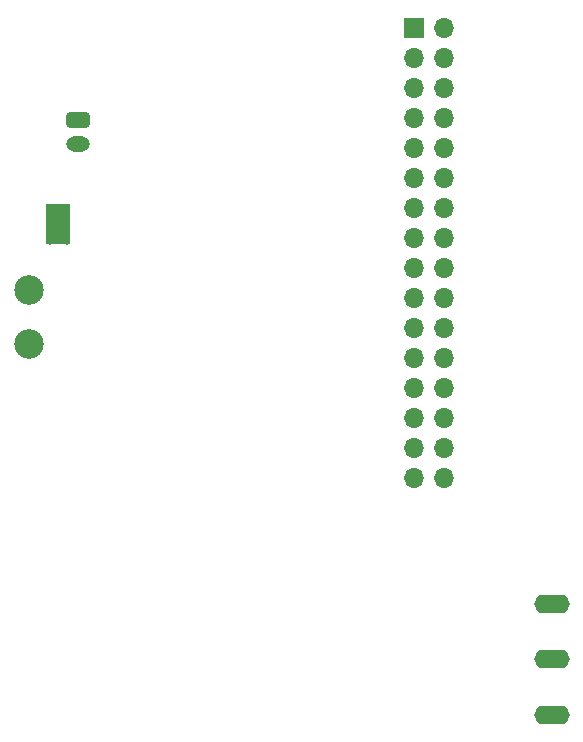
<source format=gbr>
%TF.GenerationSoftware,KiCad,Pcbnew,9.0.0*%
%TF.CreationDate,2025-03-28T07:13:48+02:00*%
%TF.ProjectId,PCB,5043422e-6b69-4636-9164-5f7063625858,rev?*%
%TF.SameCoordinates,Original*%
%TF.FileFunction,Copper,L2,Bot*%
%TF.FilePolarity,Positive*%
%FSLAX46Y46*%
G04 Gerber Fmt 4.6, Leading zero omitted, Abs format (unit mm)*
G04 Created by KiCad (PCBNEW 9.0.0) date 2025-03-28 07:13:48*
%MOMM*%
%LPD*%
G01*
G04 APERTURE LIST*
G04 Aperture macros list*
%AMRoundRect*
0 Rectangle with rounded corners*
0 $1 Rounding radius*
0 $2 $3 $4 $5 $6 $7 $8 $9 X,Y pos of 4 corners*
0 Add a 4 corners polygon primitive as box body*
4,1,4,$2,$3,$4,$5,$6,$7,$8,$9,$2,$3,0*
0 Add four circle primitives for the rounded corners*
1,1,$1+$1,$2,$3*
1,1,$1+$1,$4,$5*
1,1,$1+$1,$6,$7*
1,1,$1+$1,$8,$9*
0 Add four rect primitives between the rounded corners*
20,1,$1+$1,$2,$3,$4,$5,0*
20,1,$1+$1,$4,$5,$6,$7,0*
20,1,$1+$1,$6,$7,$8,$9,0*
20,1,$1+$1,$8,$9,$2,$3,0*%
G04 Aperture macros list end*
%TA.AperFunction,HeatsinkPad*%
%ADD10C,0.500000*%
%TD*%
%TA.AperFunction,HeatsinkPad*%
%ADD11R,2.000000X3.500000*%
%TD*%
%TA.AperFunction,ComponentPad*%
%ADD12C,2.500000*%
%TD*%
%TA.AperFunction,ComponentPad*%
%ADD13O,3.000000X1.600000*%
%TD*%
%TA.AperFunction,ComponentPad*%
%ADD14R,1.700000X1.700000*%
%TD*%
%TA.AperFunction,ComponentPad*%
%ADD15O,1.700000X1.700000*%
%TD*%
%TA.AperFunction,ComponentPad*%
%ADD16RoundRect,0.250000X-0.750000X-0.400000X0.750000X-0.400000X0.750000X0.400000X-0.750000X0.400000X0*%
%TD*%
%TA.AperFunction,ComponentPad*%
%ADD17O,2.000000X1.300000*%
%TD*%
G04 APERTURE END LIST*
D10*
%TO.P,U4,17,GND*%
%TO.N,GND*%
X207112500Y-100325000D03*
X207112500Y-101825000D03*
X207112500Y-103325000D03*
D11*
X207862500Y-101825000D03*
D10*
X208612500Y-100325000D03*
X208612500Y-101825000D03*
X208612500Y-103325000D03*
%TD*%
D12*
%TO.P,TP38,1,1*%
%TO.N,Load_Supply*%
X205337500Y-111970000D03*
%TD*%
%TO.P,TP37,1,1*%
%TO.N,Battery*%
X205337500Y-107420000D03*
%TD*%
D13*
%TO.P,SW1,1,C*%
%TO.N,Battery*%
X249619500Y-143352000D03*
%TO.P,SW1,2,B*%
%TO.N,Net-(J1-Pin_1)*%
X249619500Y-138652000D03*
%TO.P,SW1,3,A*%
%TO.N,Charger*%
X249619500Y-133952000D03*
%TD*%
D14*
%TO.P,J3,1,Pin_1*%
%TO.N,MOTOR2_B_OUT*%
X237960000Y-85180000D03*
D15*
%TO.P,J3,2,Pin_2*%
%TO.N,MOTOR2_A_OUT*%
X240500000Y-85180000D03*
%TO.P,J3,3,Pin_3*%
%TO.N,MOTOR4_A_OUT*%
X237960000Y-87720000D03*
%TO.P,J3,4,Pin_4*%
%TO.N,MOTOR2_CTRL1*%
X240500000Y-87720000D03*
%TO.P,J3,5,Pin_5*%
%TO.N,MOTOR4_B_OUT*%
X237960000Y-90260000D03*
%TO.P,J3,6,Pin_6*%
%TO.N,MOTOR2_CTRL2*%
X240500000Y-90260000D03*
%TO.P,J3,7,Pin_7*%
%TO.N,CTRL_EXT_LOAD2*%
X237960000Y-92800000D03*
%TO.P,J3,8,Pin_8*%
%TO.N,MOTOR4_CTRL1*%
X240500000Y-92800000D03*
%TO.P,J3,9,Pin_9*%
%TO.N,unconnected-(J3-Pin_9-Pad9)*%
X237960000Y-95340000D03*
%TO.P,J3,10,Pin_10*%
%TO.N,MOTOR4_CTRL2*%
X240500000Y-95340000D03*
%TO.P,J3,11,Pin_11*%
%TO.N,EXT_LOAD2_OUT*%
X237960000Y-97880000D03*
%TO.P,J3,12,Pin_12*%
%TO.N,unconnected-(J3-Pin_12-Pad12)*%
X240500000Y-97880000D03*
%TO.P,J3,13,Pin_13*%
%TO.N,FAST_CHARGE_CTRL*%
X237960000Y-100420000D03*
%TO.P,J3,14,Pin_14*%
%TO.N,Battery*%
X240500000Y-100420000D03*
%TO.P,J3,15,Pin_15*%
%TO.N,unconnected-(J3-Pin_15-Pad15)*%
X237960000Y-102960000D03*
%TO.P,J3,16,Pin_16*%
%TO.N,I2C1_SCL*%
X240500000Y-102960000D03*
%TO.P,J3,17,Pin_17*%
%TO.N,I2C1_SDA*%
X237960000Y-105500000D03*
%TO.P,J3,18,Pin_18*%
%TO.N,/3V3_Out*%
X240500000Y-105500000D03*
%TO.P,J3,19,Pin_19*%
%TO.N,GND*%
X237960000Y-108040000D03*
%TO.P,J3,20,Pin_20*%
%TO.N,/5V_Out*%
X240500000Y-108040000D03*
%TO.P,J3,21,Pin_21*%
%TO.N,EXT_LOAD1_OUT*%
X237960000Y-110580000D03*
%TO.P,J3,22,Pin_22*%
%TO.N,High_Voltage_(9V)*%
X240500000Y-110580000D03*
%TO.P,J3,23,Pin_23*%
%TO.N,GND*%
X237960000Y-113120000D03*
%TO.P,J3,24,Pin_24*%
%TO.N,MOTOR3_CTRL1*%
X240500000Y-113120000D03*
%TO.P,J3,25,Pin_25*%
%TO.N,CTRL_EXT_LOAD1*%
X237960000Y-115660000D03*
%TO.P,J3,26,Pin_26*%
%TO.N,MOTOR3_CTRL2*%
X240500000Y-115660000D03*
%TO.P,J3,27,Pin_27*%
%TO.N,MOTOR3_A_OUT*%
X237960000Y-118200000D03*
%TO.P,J3,28,Pin_28*%
%TO.N,MOTOR1_CTRL1*%
X240500000Y-118200000D03*
%TO.P,J3,29,Pin_29*%
%TO.N,MOTOR3_B_OUT*%
X237960000Y-120740000D03*
%TO.P,J3,30,Pin_30*%
%TO.N,MOTOR1_CTRL2*%
X240500000Y-120740000D03*
%TO.P,J3,31,Pin_31*%
%TO.N,MOTOR1_B_OUT*%
X237960000Y-123280000D03*
%TO.P,J3,32,Pin_32*%
%TO.N,MOTOR1_A_OUT*%
X240500000Y-123280000D03*
%TD*%
D16*
%TO.P,J1,1,Pin_1*%
%TO.N,Net-(J1-Pin_1)*%
X209487500Y-92980000D03*
D17*
%TO.P,J1,2,Pin_2*%
%TO.N,GND*%
X209487500Y-94980000D03*
%TD*%
M02*

</source>
